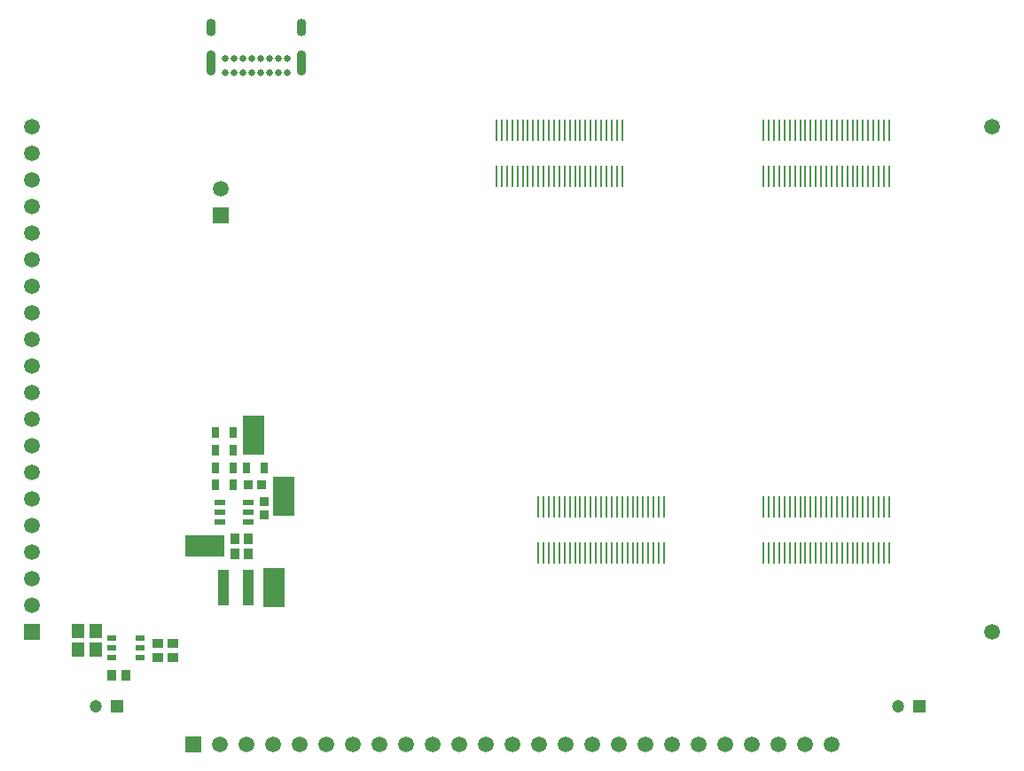
<source format=gbr>
%TF.GenerationSoftware,Altium Limited,Altium Designer,22.7.1 (60)*%
G04 Layer_Color=255*
%FSLAX45Y45*%
%MOMM*%
%TF.SameCoordinates,3BEA7849-7BF4-4C83-8F54-36563B6BDC8B*%
%TF.FilePolarity,Positive*%
%TF.FileFunction,Pads,Bot*%
%TF.Part,Single*%
G01*
G75*
%TA.AperFunction,SMDPad,CuDef*%
%ADD10R,1.15000X1.35000*%
%TA.AperFunction,ComponentPad*%
%ADD16C,1.20000*%
%ADD17R,1.20000X1.20000*%
%ADD18C,0.65000*%
G04:AMPARAMS|DCode=19|XSize=0.9mm|YSize=2.4mm|CornerRadius=0.45mm|HoleSize=0mm|Usage=FLASHONLY|Rotation=0.000|XOffset=0mm|YOffset=0mm|HoleType=Round|Shape=RoundedRectangle|*
%AMROUNDEDRECTD19*
21,1,0.90000,1.50000,0,0,0.0*
21,1,0.00000,2.40000,0,0,0.0*
1,1,0.90000,0.00000,-0.75000*
1,1,0.90000,0.00000,-0.75000*
1,1,0.90000,0.00000,0.75000*
1,1,0.90000,0.00000,0.75000*
%
%ADD19ROUNDEDRECTD19*%
G04:AMPARAMS|DCode=20|XSize=0.9mm|YSize=1.7mm|CornerRadius=0.45mm|HoleSize=0mm|Usage=FLASHONLY|Rotation=0.000|XOffset=0mm|YOffset=0mm|HoleType=Round|Shape=RoundedRectangle|*
%AMROUNDEDRECTD20*
21,1,0.90000,0.80000,0,0,0.0*
21,1,0.00000,1.70000,0,0,0.0*
1,1,0.90000,0.00000,-0.40000*
1,1,0.90000,0.00000,-0.40000*
1,1,0.90000,0.00000,0.40000*
1,1,0.90000,0.00000,0.40000*
%
%ADD20ROUNDEDRECTD20*%
%ADD21C,1.50000*%
%ADD22R,1.50000X1.50000*%
%ADD23R,1.50000X1.50000*%
%TA.AperFunction,ViaPad*%
%ADD24C,1.50000*%
%TA.AperFunction,SMDPad,CuDef*%
%ADD27R,3.80000X2.03000*%
%ADD28R,0.90000X1.00000*%
%ADD29R,0.85000X0.95000*%
%ADD30R,0.65000X1.05000*%
%ADD31R,2.03000X3.80000*%
%ADD32R,0.95000X0.85000*%
%ADD33R,0.95250X0.60960*%
%ADD34R,1.00000X0.90000*%
%ADD35R,0.98000X3.40000*%
%ADD36R,1.00000X0.60000*%
%ADD37R,0.25000X2.00000*%
D10*
X868144Y1367739D02*
D03*
X693144D02*
D03*
X868143Y1541932D02*
D03*
X693143D02*
D03*
D16*
X865509Y824091D02*
D03*
X8531229D02*
D03*
D17*
X1065509D02*
D03*
X8731229D02*
D03*
D18*
X2102100Y7009600D02*
D03*
X2187101D02*
D03*
X2272100D02*
D03*
X2357100D02*
D03*
X2442101D02*
D03*
X2527101D02*
D03*
X2612100D02*
D03*
X2697101D02*
D03*
Y6874600D02*
D03*
X2612100D02*
D03*
X2527101D02*
D03*
X2442101D02*
D03*
X2357100D02*
D03*
X2272100D02*
D03*
X2187101D02*
D03*
X2102100D02*
D03*
D19*
X2832101Y6972600D02*
D03*
X1967100D02*
D03*
D20*
X2832101Y7310600D02*
D03*
X1967100D02*
D03*
D21*
X259000Y6361300D02*
D03*
Y6107300D02*
D03*
Y5853300D02*
D03*
Y5599300D02*
D03*
Y5345300D02*
D03*
Y5091300D02*
D03*
Y4837300D02*
D03*
Y4583300D02*
D03*
Y4329300D02*
D03*
Y4075300D02*
D03*
Y3821300D02*
D03*
Y3567300D02*
D03*
Y3313300D02*
D03*
Y3059300D02*
D03*
Y2805300D02*
D03*
Y2551300D02*
D03*
Y2297300D02*
D03*
Y2043300D02*
D03*
Y1789300D02*
D03*
X2048430Y455000D02*
D03*
X2302430D02*
D03*
X2556430D02*
D03*
X2810430D02*
D03*
X3064430D02*
D03*
X3318430D02*
D03*
X3572430D02*
D03*
X3826430D02*
D03*
X4080430D02*
D03*
X4334430D02*
D03*
X4588430D02*
D03*
X4842430D02*
D03*
X5096430D02*
D03*
X5350430D02*
D03*
X5604430D02*
D03*
X5858430D02*
D03*
X6112430D02*
D03*
X6366430D02*
D03*
X6620430D02*
D03*
X6874430D02*
D03*
X7128430D02*
D03*
X7382430D02*
D03*
X7636430D02*
D03*
X7890430D02*
D03*
X2061718Y5768848D02*
D03*
D22*
X259000Y1535300D02*
D03*
X2061718Y5514848D02*
D03*
D23*
X1794430Y455000D02*
D03*
D24*
X9425860Y1535300D02*
D03*
Y6361300D02*
D03*
D27*
X1909674Y2354834D02*
D03*
D28*
X2325560Y2425802D02*
D03*
X2190560D02*
D03*
X1151369Y1116127D02*
D03*
X1016369D02*
D03*
X2190560Y2277415D02*
D03*
X2325560D02*
D03*
D29*
X2452092Y2935478D02*
D03*
X2322092D02*
D03*
D30*
X2302092Y3103220D02*
D03*
X2472092D02*
D03*
X2175318Y2935478D02*
D03*
X2005318D02*
D03*
X2175318Y3103220D02*
D03*
X2005318D02*
D03*
X2175318Y3270961D02*
D03*
X2005318D02*
D03*
X2175318Y3438703D02*
D03*
X2005318D02*
D03*
D31*
X2374189Y3412896D02*
D03*
X2664511Y2825801D02*
D03*
X2567737Y1961286D02*
D03*
D32*
X2470963Y2651123D02*
D03*
Y2781123D02*
D03*
D33*
X1292581Y1473352D02*
D03*
Y1379372D02*
D03*
Y1285392D02*
D03*
X1016991D02*
D03*
Y1379372D02*
D03*
Y1473352D02*
D03*
D34*
X1599997Y1287336D02*
D03*
Y1422336D02*
D03*
X1458062Y1287336D02*
D03*
Y1422336D02*
D03*
D35*
X2087947Y1961286D02*
D03*
X2324947D02*
D03*
D36*
X2322574Y2580640D02*
D03*
Y2675640D02*
D03*
Y2770640D02*
D03*
X2047574D02*
D03*
Y2675640D02*
D03*
Y2580640D02*
D03*
D37*
X6292406Y2723489D02*
D03*
X6242406D02*
D03*
X6192406D02*
D03*
X6142406D02*
D03*
X5942406D02*
D03*
X5992406D02*
D03*
X6092406D02*
D03*
X5892406D02*
D03*
X6042406D02*
D03*
X5842406D02*
D03*
X5792406D02*
D03*
X5592406D02*
D03*
X5642406D02*
D03*
X5742406D02*
D03*
X5542406D02*
D03*
X5692406D02*
D03*
X5492406D02*
D03*
X5442406D02*
D03*
X5242406D02*
D03*
X5292406D02*
D03*
X5392406D02*
D03*
X5192406D02*
D03*
X5342406D02*
D03*
X5142406D02*
D03*
X5092406D02*
D03*
X6292406Y2283489D02*
D03*
X6242406D02*
D03*
X6192406D02*
D03*
X6142406D02*
D03*
X5942406D02*
D03*
X5992406D02*
D03*
X6092406D02*
D03*
X5892406D02*
D03*
X6042406D02*
D03*
X5842406D02*
D03*
X5792406D02*
D03*
X5592406D02*
D03*
X5642406D02*
D03*
X5742406D02*
D03*
X5542406D02*
D03*
X5692406D02*
D03*
X5492406D02*
D03*
X5442406D02*
D03*
X5242406D02*
D03*
X5292406D02*
D03*
X5392406D02*
D03*
X5192406D02*
D03*
X5342406D02*
D03*
X5142406D02*
D03*
X5092406D02*
D03*
X8442406Y2723489D02*
D03*
X8392406D02*
D03*
X8342406D02*
D03*
X8292406D02*
D03*
X8092406D02*
D03*
X8142406D02*
D03*
X8242406D02*
D03*
X8042406D02*
D03*
X8192406D02*
D03*
X7992406D02*
D03*
X7942406D02*
D03*
X7742406D02*
D03*
X7792406D02*
D03*
X7892406D02*
D03*
X7692406D02*
D03*
X7842406D02*
D03*
X7642406D02*
D03*
X7592406D02*
D03*
X7392406D02*
D03*
X7442406D02*
D03*
X7542406D02*
D03*
X7342406D02*
D03*
X7492406D02*
D03*
X7292406D02*
D03*
X7242406D02*
D03*
X8442406Y2283489D02*
D03*
X8392406D02*
D03*
X8342406D02*
D03*
X8292406D02*
D03*
X8092406D02*
D03*
X8142406D02*
D03*
X8242406D02*
D03*
X8042406D02*
D03*
X8192406D02*
D03*
X7992406D02*
D03*
X7942406D02*
D03*
X7742406D02*
D03*
X7792406D02*
D03*
X7892406D02*
D03*
X7692406D02*
D03*
X7842406D02*
D03*
X7642406D02*
D03*
X7592406D02*
D03*
X7392406D02*
D03*
X7442406D02*
D03*
X7542406D02*
D03*
X7342406D02*
D03*
X7492406D02*
D03*
X7292406D02*
D03*
X7242406D02*
D03*
X8442406Y6323489D02*
D03*
X8392406D02*
D03*
X8342406D02*
D03*
X8292406D02*
D03*
X8092406D02*
D03*
X8142406D02*
D03*
X8242406D02*
D03*
X8042406D02*
D03*
X8192406D02*
D03*
X7992406D02*
D03*
X7942406D02*
D03*
X7742406D02*
D03*
X7792406D02*
D03*
X7892406D02*
D03*
X7692406D02*
D03*
X7842406D02*
D03*
X7642406D02*
D03*
X7592406D02*
D03*
X7392406D02*
D03*
X7442406D02*
D03*
X7542406D02*
D03*
X7342406D02*
D03*
X7492406D02*
D03*
X7292406D02*
D03*
X7242406D02*
D03*
X8442406Y5883489D02*
D03*
X8392406D02*
D03*
X8342406D02*
D03*
X8292406D02*
D03*
X8092406D02*
D03*
X8142406D02*
D03*
X8242406D02*
D03*
X8042406D02*
D03*
X8192406D02*
D03*
X7992406D02*
D03*
X7942406D02*
D03*
X7742406D02*
D03*
X7792406D02*
D03*
X7892406D02*
D03*
X7692406D02*
D03*
X7842406D02*
D03*
X7642406D02*
D03*
X7592406D02*
D03*
X7392406D02*
D03*
X7442406D02*
D03*
X7542406D02*
D03*
X7342406D02*
D03*
X7492406D02*
D03*
X7292406D02*
D03*
X7242406D02*
D03*
X5892406Y6323489D02*
D03*
X5842406D02*
D03*
X5792406D02*
D03*
X5742406D02*
D03*
X5542406D02*
D03*
X5592406D02*
D03*
X5692406D02*
D03*
X5492406D02*
D03*
X5642406D02*
D03*
X5442406D02*
D03*
X5392406D02*
D03*
X5192406D02*
D03*
X5242406D02*
D03*
X5342406D02*
D03*
X5142406D02*
D03*
X5292406D02*
D03*
X5092406D02*
D03*
X5042406D02*
D03*
X4842406D02*
D03*
X4892406D02*
D03*
X4992406D02*
D03*
X4792406D02*
D03*
X4942406D02*
D03*
X4742406D02*
D03*
X4692406D02*
D03*
X5892406Y5883489D02*
D03*
X5842406D02*
D03*
X5792406D02*
D03*
X5742406D02*
D03*
X5542406D02*
D03*
X5592406D02*
D03*
X5692406D02*
D03*
X5492406D02*
D03*
X5642406D02*
D03*
X5442406D02*
D03*
X5392406D02*
D03*
X5192406D02*
D03*
X5242406D02*
D03*
X5342406D02*
D03*
X5142406D02*
D03*
X5292406D02*
D03*
X5092406D02*
D03*
X5042406D02*
D03*
X4842406D02*
D03*
X4892406D02*
D03*
X4992406D02*
D03*
X4792406D02*
D03*
X4942406D02*
D03*
X4742406D02*
D03*
X4692406D02*
D03*
%TF.MD5,cea290fe2e81dc8b00647bc372ca8b6e*%
M02*

</source>
